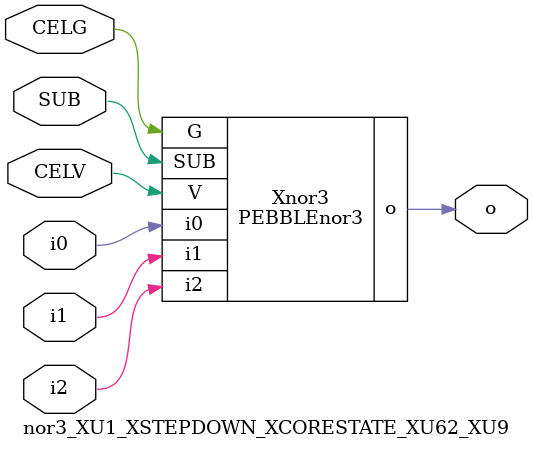
<source format=v>



module PEBBLEnor3 ( o, G, SUB, V, i0, i1, i2 );

  input i0;
  input V;
  input i2;
  input i1;
  input G;
  output o;
  input SUB;
endmodule

//Celera Confidential Do Not Copy nor3_XU1_XSTEPDOWN_XCORESTATE_XU62_XU9
//Celera Confidential Symbol Generator
//NOR3
module nor3_XU1_XSTEPDOWN_XCORESTATE_XU62_XU9 (CELV,CELG,i0,i1,i2,o,SUB);
input CELV;
input CELG;
input i0;
input i1;
input i2;
input SUB;
output o;

//Celera Confidential Do Not Copy nor3
PEBBLEnor3 Xnor3(
.V (CELV),
.i0 (i0),
.i1 (i1),
.i2 (i2),
.o (o),
.SUB (SUB),
.G (CELG)
);
//,diesize,PEBBLEnor3

//Celera Confidential Do Not Copy Module End
//Celera Schematic Generator
endmodule

</source>
